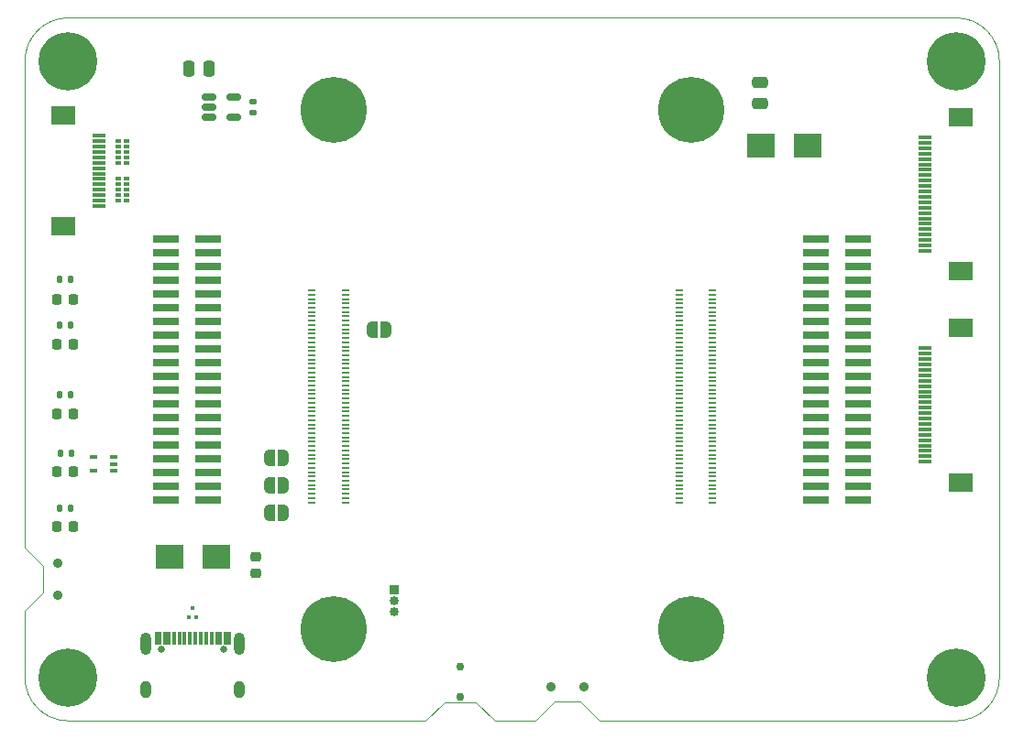
<source format=gts>
G04 #@! TF.GenerationSoftware,KiCad,Pcbnew,(5.99.0-10720-gd84fcd89f1)*
G04 #@! TF.CreationDate,2021-06-08T11:49:26-04:00*
G04 #@! TF.ProjectId,FlySensei_Stack_RPi_ECAD,466c7953-656e-4736-9569-5f537461636b,0.1*
G04 #@! TF.SameCoordinates,Original*
G04 #@! TF.FileFunction,Soldermask,Top*
G04 #@! TF.FilePolarity,Negative*
%FSLAX46Y46*%
G04 Gerber Fmt 4.6, Leading zero omitted, Abs format (unit mm)*
G04 Created by KiCad (PCBNEW (5.99.0-10720-gd84fcd89f1)) date 2021-06-08 11:49:26*
%MOMM*%
%LPD*%
G01*
G04 APERTURE LIST*
G04 Aperture macros list*
%AMRoundRect*
0 Rectangle with rounded corners*
0 $1 Rounding radius*
0 $2 $3 $4 $5 $6 $7 $8 $9 X,Y pos of 4 corners*
0 Add a 4 corners polygon primitive as box body*
4,1,4,$2,$3,$4,$5,$6,$7,$8,$9,$2,$3,0*
0 Add four circle primitives for the rounded corners*
1,1,$1+$1,$2,$3*
1,1,$1+$1,$4,$5*
1,1,$1+$1,$6,$7*
1,1,$1+$1,$8,$9*
0 Add four rect primitives between the rounded corners*
20,1,$1+$1,$2,$3,$4,$5,0*
20,1,$1+$1,$4,$5,$6,$7,0*
20,1,$1+$1,$6,$7,$8,$9,0*
20,1,$1+$1,$8,$9,$2,$3,0*%
%AMFreePoly0*
4,1,22,0.500000,-0.750000,0.000000,-0.750000,0.000000,-0.745033,-0.079941,-0.743568,-0.215256,-0.701293,-0.333266,-0.622738,-0.424486,-0.514219,-0.481581,-0.384460,-0.499164,-0.250000,-0.500000,-0.250000,-0.500000,0.250000,-0.499164,0.250000,-0.499963,0.256109,-0.478152,0.396186,-0.417904,0.524511,-0.324060,0.630769,-0.204165,0.706417,-0.067858,0.745374,0.000000,0.744959,0.000000,0.750000,
0.500000,0.750000,0.500000,-0.750000,0.500000,-0.750000,$1*%
%AMFreePoly1*
4,1,20,0.000000,0.744959,0.073905,0.744508,0.209726,0.703889,0.328688,0.626782,0.421226,0.519385,0.479903,0.390333,0.500000,0.250000,0.500000,-0.250000,0.499851,-0.262216,0.476331,-0.402017,0.414519,-0.529596,0.319384,-0.634700,0.198574,-0.708877,0.061801,-0.746166,0.000000,-0.745033,0.000000,-0.750000,-0.500000,-0.750000,-0.500000,0.750000,0.000000,0.750000,0.000000,0.744959,
0.000000,0.744959,$1*%
G04 Aperture macros list end*
G04 #@! TA.AperFunction,Profile*
%ADD10C,0.100000*%
G04 #@! TD*
%ADD11RoundRect,0.225000X-0.250000X0.225000X-0.250000X-0.225000X0.250000X-0.225000X0.250000X0.225000X0*%
%ADD12RoundRect,0.218750X-0.218750X-0.256250X0.218750X-0.256250X0.218750X0.256250X-0.218750X0.256250X0*%
%ADD13R,1.300000X0.300000*%
%ADD14R,2.200000X1.800000*%
%ADD15RoundRect,0.135000X-0.135000X-0.185000X0.135000X-0.185000X0.135000X0.185000X-0.135000X0.185000X0*%
%ADD16R,2.500000X2.300000*%
%ADD17R,0.300000X0.300000*%
%ADD18R,0.550000X0.300000*%
%ADD19R,0.550000X0.400000*%
%ADD20RoundRect,0.150000X-0.512500X-0.150000X0.512500X-0.150000X0.512500X0.150000X-0.512500X0.150000X0*%
%ADD21RoundRect,0.135000X-0.185000X0.135000X-0.185000X-0.135000X0.185000X-0.135000X0.185000X0.135000X0*%
%ADD22C,0.800000*%
%ADD23C,5.400000*%
%ADD24R,0.850000X0.850000*%
%ADD25O,0.850000X0.850000*%
%ADD26C,6.100000*%
%ADD27R,0.700000X0.200000*%
%ADD28R,2.400000X0.740000*%
%ADD29RoundRect,0.250000X0.250000X0.475000X-0.250000X0.475000X-0.250000X-0.475000X0.250000X-0.475000X0*%
%ADD30RoundRect,0.250000X0.475000X-0.250000X0.475000X0.250000X-0.475000X0.250000X-0.475000X-0.250000X0*%
%ADD31FreePoly0,180.000000*%
%ADD32FreePoly1,180.000000*%
%ADD33FreePoly0,0.000000*%
%ADD34FreePoly1,0.000000*%
%ADD35C,0.650000*%
%ADD36R,0.300000X1.150000*%
%ADD37O,1.000000X1.600000*%
%ADD38O,1.000000X2.100000*%
%ADD39R,0.650000X0.400000*%
%ADD40C,0.900000*%
%ADD41C,0.750000*%
G04 APERTURE END LIST*
D10*
X128750000Y-128250000D02*
X131650000Y-128250000D01*
X138900000Y-128200000D02*
X137100000Y-130000000D01*
X131650000Y-128250000D02*
X133400000Y-130000000D01*
X91700000Y-118100000D02*
X90000000Y-119800000D01*
X91700000Y-115700000D02*
X90000000Y-114000000D01*
X90000000Y-119800000D02*
X90000000Y-126000000D01*
X127000000Y-130000000D02*
X94000000Y-130000000D01*
X180000000Y-69000000D02*
X180000000Y-126000000D01*
X180000000Y-69000000D02*
G75*
G03*
X176000000Y-65000000I-4000000J0D01*
G01*
X94000000Y-65000000D02*
X176000000Y-65000000D01*
X128750000Y-128250000D02*
X127000000Y-130000000D01*
X138900000Y-128200000D02*
X141300000Y-128200000D01*
X90000000Y-126000000D02*
G75*
G03*
X94000000Y-130000000I4000000J0D01*
G01*
X94000000Y-65000000D02*
G75*
G03*
X90000000Y-69000000I0J-4000000D01*
G01*
X176000000Y-130000000D02*
G75*
G03*
X180000000Y-126000000I0J4000000D01*
G01*
X91700000Y-115700000D02*
X91700000Y-118100000D01*
X141300000Y-128200000D02*
X143100000Y-130000000D01*
X90000000Y-114000000D02*
X90000000Y-69000000D01*
X133400000Y-130000000D02*
X137100000Y-130000000D01*
X143100000Y-130000000D02*
X176000000Y-130000000D01*
D11*
G04 #@! TO.C,C12*
X111300000Y-114825000D03*
X111300000Y-116375000D03*
G04 #@! TD*
D12*
G04 #@! TO.C,D8*
X92912500Y-112050000D03*
X94487500Y-112050000D03*
G04 #@! TD*
D13*
G04 #@! TO.C,J8*
X173150000Y-106050000D03*
X173150000Y-105550000D03*
X173150000Y-105050000D03*
X173150000Y-104550000D03*
X173150000Y-104050000D03*
X173150000Y-103550000D03*
X173150000Y-103050000D03*
X173150000Y-102550000D03*
X173150000Y-102050000D03*
X173150000Y-101550000D03*
X173150000Y-101050000D03*
X173150000Y-100550000D03*
X173150000Y-100050000D03*
X173150000Y-99550000D03*
X173150000Y-99050000D03*
X173150000Y-98550000D03*
X173150000Y-98050000D03*
X173150000Y-97550000D03*
X173150000Y-97050000D03*
X173150000Y-96550000D03*
X173150000Y-96050000D03*
X173150000Y-95550000D03*
D14*
X176400000Y-93650000D03*
X176400000Y-107950000D03*
G04 #@! TD*
D15*
G04 #@! TO.C,R3*
X93190000Y-89200000D03*
X94210000Y-89200000D03*
G04 #@! TD*
D13*
G04 #@! TO.C,J9*
X96800000Y-75900000D03*
X96800000Y-76400000D03*
X96800000Y-76900000D03*
X96800000Y-77400000D03*
X96800000Y-77900000D03*
X96800000Y-78400000D03*
X96800000Y-78900000D03*
X96800000Y-79400000D03*
X96800000Y-79900000D03*
X96800000Y-80400000D03*
X96800000Y-80900000D03*
X96800000Y-81400000D03*
X96800000Y-81900000D03*
X96800000Y-82400000D03*
D14*
X93550000Y-84300000D03*
X93550000Y-74000000D03*
G04 #@! TD*
D16*
G04 #@! TO.C,D7*
X157950000Y-76800000D03*
X162250000Y-76800000D03*
G04 #@! TD*
D17*
G04 #@! TO.C,U5*
X105150000Y-120425000D03*
X105850000Y-120425000D03*
X105500000Y-119575000D03*
G04 #@! TD*
D18*
G04 #@! TO.C,U8*
X98615000Y-76400000D03*
X98615000Y-76900000D03*
D19*
X98615000Y-77400000D03*
D18*
X98615000Y-77900000D03*
X98615000Y-78400000D03*
X99385000Y-78400000D03*
X99385000Y-77900000D03*
D19*
X99385000Y-77400000D03*
D18*
X99385000Y-76900000D03*
X99385000Y-76400000D03*
G04 #@! TD*
D20*
G04 #@! TO.C,U10*
X107000000Y-72300000D03*
X107000000Y-73250000D03*
X107000000Y-74200000D03*
X109275000Y-74200000D03*
X109275000Y-72300000D03*
G04 #@! TD*
D21*
G04 #@! TO.C,R20*
X111100000Y-72740000D03*
X111100000Y-73760000D03*
G04 #@! TD*
D22*
G04 #@! TO.C,H1*
X95431891Y-127431891D03*
X94000000Y-128025000D03*
D23*
X94000000Y-126000000D03*
D22*
X95431891Y-124568109D03*
X92568109Y-127431891D03*
X92568109Y-124568109D03*
X96025000Y-126000000D03*
X94000000Y-123975000D03*
X91975000Y-126000000D03*
G04 #@! TD*
G04 #@! TO.C,H3*
X178025000Y-69000000D03*
X177431891Y-70431891D03*
X174568109Y-70431891D03*
X176000000Y-71025000D03*
X176000000Y-66975000D03*
D23*
X176000000Y-69000000D03*
D22*
X174568109Y-67568109D03*
X173975000Y-69000000D03*
X177431891Y-67568109D03*
G04 #@! TD*
D24*
G04 #@! TO.C,J1*
X124100000Y-117900000D03*
D25*
X124100000Y-118900000D03*
X124100000Y-119900000D03*
G04 #@! TD*
D12*
G04 #@! TO.C,D1*
X92912500Y-101600000D03*
X94487500Y-101600000D03*
G04 #@! TD*
D26*
G04 #@! TO.C,U1*
X151500000Y-121500000D03*
X151500000Y-73500000D03*
X118500000Y-73500000D03*
X118500000Y-121500000D03*
D27*
X116500000Y-90200000D03*
X119580000Y-90200000D03*
X116500000Y-90600000D03*
X119580000Y-90600000D03*
X116500000Y-91000000D03*
X119580000Y-91000000D03*
X116500000Y-91400000D03*
X119580000Y-91400000D03*
X116500000Y-91800000D03*
X119580000Y-91800000D03*
X116500000Y-92200000D03*
X119580000Y-92200000D03*
X116500000Y-92600000D03*
X119580000Y-92600000D03*
X116500000Y-93000000D03*
X119580000Y-93000000D03*
X116500000Y-93400000D03*
X119580000Y-93400000D03*
X116500000Y-93800000D03*
X119580000Y-93800000D03*
X116500000Y-94200000D03*
X119580000Y-94200000D03*
X116500000Y-94600000D03*
X119580000Y-94600000D03*
X116500000Y-95000000D03*
X119580000Y-95000000D03*
X116500000Y-95400000D03*
X119580000Y-95400000D03*
X116500000Y-95800000D03*
X119580000Y-95800000D03*
X116500000Y-96200000D03*
X119580000Y-96200000D03*
X116500000Y-96600000D03*
X119580000Y-96600000D03*
X116500000Y-97000000D03*
X119580000Y-97000000D03*
X116500000Y-97400000D03*
X119580000Y-97400000D03*
X116500000Y-97800000D03*
X119580000Y-97800000D03*
X116500000Y-98200000D03*
X119580000Y-98200000D03*
X116500000Y-98600000D03*
X119580000Y-98600000D03*
X116500000Y-99000000D03*
X119580000Y-99000000D03*
X116500000Y-99400000D03*
X119580000Y-99400000D03*
X116500000Y-99800000D03*
X119580000Y-99800000D03*
X116500000Y-100200000D03*
X119580000Y-100200000D03*
X116500000Y-100600000D03*
X119580000Y-100600000D03*
X116500000Y-101000000D03*
X119580000Y-101000000D03*
X116500000Y-101400000D03*
X119580000Y-101400000D03*
X116500000Y-101800000D03*
X119580000Y-101800000D03*
X116500000Y-102200000D03*
X119580000Y-102200000D03*
X116500000Y-102600000D03*
X119580000Y-102600000D03*
X116500000Y-103000000D03*
X119580000Y-103000000D03*
X116500000Y-103400000D03*
X119580000Y-103400000D03*
X116500000Y-103800000D03*
X119580000Y-103800000D03*
X116500000Y-104200000D03*
X119580000Y-104200000D03*
X116500000Y-104600000D03*
X119580000Y-104600000D03*
X116500000Y-105000000D03*
X119580000Y-105000000D03*
X116500000Y-105400000D03*
X119580000Y-105400000D03*
X116500000Y-105800000D03*
X119580000Y-105800000D03*
X116500000Y-106200000D03*
X119580000Y-106200000D03*
X116500000Y-106600000D03*
X119580000Y-106600000D03*
X116500000Y-107000000D03*
X119580000Y-107000000D03*
X116500000Y-107400000D03*
X119580000Y-107400000D03*
X116500000Y-107800000D03*
X119580000Y-107800000D03*
X116500000Y-108200000D03*
X119580000Y-108200000D03*
X116500000Y-108600000D03*
X119580000Y-108600000D03*
X116500000Y-109000000D03*
X119580000Y-109000000D03*
X116500000Y-109400000D03*
X119580000Y-109400000D03*
X116500000Y-109800000D03*
X119580000Y-109800000D03*
X150420000Y-90200000D03*
X153500000Y-90200000D03*
X150420000Y-90600000D03*
X153500000Y-90600000D03*
X150420000Y-91000000D03*
X153500000Y-91000000D03*
X150420000Y-91400000D03*
X153500000Y-91400000D03*
X150420000Y-91800000D03*
X153500000Y-91800000D03*
X150420000Y-92200000D03*
X153500000Y-92200000D03*
X150420000Y-92600000D03*
X153500000Y-92600000D03*
X150420000Y-93000000D03*
X153500000Y-93000000D03*
X150420000Y-93400000D03*
X153500000Y-93400000D03*
X150420000Y-93800000D03*
X153500000Y-93800000D03*
X150420000Y-94200000D03*
X153500000Y-94200000D03*
X150420000Y-94600000D03*
X153500000Y-94600000D03*
X150420000Y-95000000D03*
X153500000Y-95000000D03*
X150420000Y-95400000D03*
X153500000Y-95400000D03*
X150420000Y-95800000D03*
X153500000Y-95800000D03*
X150420000Y-96200000D03*
X153500000Y-96200000D03*
X150420000Y-96600000D03*
X153500000Y-96600000D03*
X150420000Y-97000000D03*
X153500000Y-97000000D03*
X150420000Y-97400000D03*
X153500000Y-97400000D03*
X150420000Y-97800000D03*
X153500000Y-97800000D03*
X150420000Y-98200000D03*
X153500000Y-98200000D03*
X150420000Y-98600000D03*
X153500000Y-98600000D03*
X150420000Y-99000000D03*
X153500000Y-99000000D03*
X150420000Y-99400000D03*
X153500000Y-99400000D03*
X150420000Y-99800000D03*
X153500000Y-99800000D03*
X150420000Y-100200000D03*
X153500000Y-100200000D03*
X150420000Y-100600000D03*
X153500000Y-100600000D03*
X150420000Y-101000000D03*
X153500000Y-101000000D03*
X150420000Y-101400000D03*
X153500000Y-101400000D03*
X150420000Y-101800000D03*
X153500000Y-101800000D03*
X150420000Y-102200000D03*
X153500000Y-102200000D03*
X150420000Y-102600000D03*
X153500000Y-102600000D03*
X150420000Y-103000000D03*
X153500000Y-103000000D03*
X150420000Y-103400000D03*
X153500000Y-103400000D03*
X150420000Y-103800000D03*
X153500000Y-103800000D03*
X150420000Y-104200000D03*
X153500000Y-104200000D03*
X150420000Y-104600000D03*
X153500000Y-104600000D03*
X150420000Y-105000000D03*
X153500000Y-105000000D03*
X150420000Y-105400000D03*
X153500000Y-105400000D03*
X150420000Y-105800000D03*
X153500000Y-105800000D03*
X150420000Y-106200000D03*
X153500000Y-106200000D03*
X150420000Y-106600000D03*
X153500000Y-106600000D03*
X150420000Y-107000000D03*
X153500000Y-107000000D03*
X150420000Y-107400000D03*
X153500000Y-107400000D03*
X150420000Y-107800000D03*
X153500000Y-107800000D03*
X150420000Y-108200000D03*
X153500000Y-108200000D03*
X150420000Y-108600000D03*
X153500000Y-108600000D03*
X150420000Y-109000000D03*
X153500000Y-109000000D03*
X150420000Y-109400000D03*
X153500000Y-109400000D03*
X150420000Y-109800000D03*
X153500000Y-109800000D03*
G04 #@! TD*
D18*
G04 #@! TO.C,U9*
X98615000Y-79900000D03*
X98615000Y-80400000D03*
D19*
X98615000Y-80900000D03*
D18*
X98615000Y-81400000D03*
X98615000Y-81900000D03*
X99385000Y-81900000D03*
X99385000Y-81400000D03*
D19*
X99385000Y-80900000D03*
D18*
X99385000Y-80400000D03*
X99385000Y-79900000D03*
G04 #@! TD*
D15*
G04 #@! TO.C,R1*
X93190000Y-99850000D03*
X94210000Y-99850000D03*
G04 #@! TD*
D22*
G04 #@! TO.C,H2*
X94000000Y-71025000D03*
X94000000Y-66975000D03*
X92568109Y-70431891D03*
X95431891Y-67568109D03*
X96025000Y-69000000D03*
D23*
X94000000Y-69000000D03*
D22*
X92568109Y-67568109D03*
X91975000Y-69000000D03*
X95431891Y-70431891D03*
G04 #@! TD*
G04 #@! TO.C,H4*
X176000000Y-128025000D03*
X174568109Y-127431891D03*
X178025000Y-126000000D03*
X177431891Y-127431891D03*
X177431891Y-124568109D03*
D23*
X176000000Y-126000000D03*
D22*
X173975000Y-126000000D03*
X176000000Y-123975000D03*
X174568109Y-124568109D03*
G04 #@! TD*
D28*
G04 #@! TO.C,J5*
X163050000Y-85435000D03*
X166950000Y-85435000D03*
X163050000Y-86705000D03*
X166950000Y-86705000D03*
X163050000Y-87975000D03*
X166950000Y-87975000D03*
X163050000Y-89245000D03*
X166950000Y-89245000D03*
X163050000Y-90515000D03*
X166950000Y-90515000D03*
X163050000Y-91785000D03*
X166950000Y-91785000D03*
X163050000Y-93055000D03*
X166950000Y-93055000D03*
X163050000Y-94325000D03*
X166950000Y-94325000D03*
X163050000Y-95595000D03*
X166950000Y-95595000D03*
X163050000Y-96865000D03*
X166950000Y-96865000D03*
X163050000Y-98135000D03*
X166950000Y-98135000D03*
X163050000Y-99405000D03*
X166950000Y-99405000D03*
X163050000Y-100675000D03*
X166950000Y-100675000D03*
X163050000Y-101945000D03*
X166950000Y-101945000D03*
X163050000Y-103215000D03*
X166950000Y-103215000D03*
X163050000Y-104485000D03*
X166950000Y-104485000D03*
X163050000Y-105755000D03*
X166950000Y-105755000D03*
X163050000Y-107025000D03*
X166950000Y-107025000D03*
X163050000Y-108295000D03*
X166950000Y-108295000D03*
X163050000Y-109565000D03*
X166950000Y-109565000D03*
G04 #@! TD*
D15*
G04 #@! TO.C,R4*
X93290000Y-105300000D03*
X94310000Y-105300000D03*
G04 #@! TD*
D29*
G04 #@! TO.C,C27*
X107000000Y-69730000D03*
X105100000Y-69730000D03*
G04 #@! TD*
D16*
G04 #@! TO.C,D5*
X107650000Y-114825000D03*
X103350000Y-114825000D03*
G04 #@! TD*
D12*
G04 #@! TO.C,D4*
X92912500Y-106950000D03*
X94487500Y-106950000D03*
G04 #@! TD*
G04 #@! TO.C,D3*
X92912500Y-91000000D03*
X94487500Y-91000000D03*
G04 #@! TD*
D15*
G04 #@! TO.C,R2*
X93190000Y-93400000D03*
X94210000Y-93400000D03*
G04 #@! TD*
D30*
G04 #@! TO.C,C26*
X157900000Y-72900000D03*
X157900000Y-71000000D03*
G04 #@! TD*
D31*
G04 #@! TO.C,JP2*
X123350000Y-93800000D03*
D32*
X122050000Y-93800000D03*
G04 #@! TD*
D33*
G04 #@! TO.C,JP4*
X112600000Y-108200000D03*
D34*
X113900000Y-108200000D03*
G04 #@! TD*
D35*
G04 #@! TO.C,J2*
X108390000Y-123395000D03*
X102610000Y-123395000D03*
D36*
X102150000Y-122330000D03*
X102950000Y-122330000D03*
X104250000Y-122330000D03*
X105250000Y-122330000D03*
X105750000Y-122330000D03*
X106750000Y-122330000D03*
X108050000Y-122330000D03*
X108850000Y-122330000D03*
X108550000Y-122330000D03*
X107750000Y-122330000D03*
X107250000Y-122330000D03*
X106250000Y-122330000D03*
X104750000Y-122330000D03*
X103750000Y-122330000D03*
X103250000Y-122330000D03*
X102450000Y-122330000D03*
D37*
X109820000Y-127075000D03*
D38*
X101180000Y-122895000D03*
D37*
X101180000Y-127075000D03*
D38*
X109820000Y-122895000D03*
G04 #@! TD*
D39*
G04 #@! TO.C,U3*
X98200000Y-106900000D03*
X98200000Y-106250000D03*
X98200000Y-105600000D03*
X96300000Y-105600000D03*
X96300000Y-106900000D03*
G04 #@! TD*
D28*
G04 #@! TO.C,J3*
X103050000Y-85435000D03*
X106950000Y-85435000D03*
X103050000Y-86705000D03*
X106950000Y-86705000D03*
X103050000Y-87975000D03*
X106950000Y-87975000D03*
X103050000Y-89245000D03*
X106950000Y-89245000D03*
X103050000Y-90515000D03*
X106950000Y-90515000D03*
X103050000Y-91785000D03*
X106950000Y-91785000D03*
X103050000Y-93055000D03*
X106950000Y-93055000D03*
X103050000Y-94325000D03*
X106950000Y-94325000D03*
X103050000Y-95595000D03*
X106950000Y-95595000D03*
X103050000Y-96865000D03*
X106950000Y-96865000D03*
X103050000Y-98135000D03*
X106950000Y-98135000D03*
X103050000Y-99405000D03*
X106950000Y-99405000D03*
X103050000Y-100675000D03*
X106950000Y-100675000D03*
X103050000Y-101945000D03*
X106950000Y-101945000D03*
X103050000Y-103215000D03*
X106950000Y-103215000D03*
X103050000Y-104485000D03*
X106950000Y-104485000D03*
X103050000Y-105755000D03*
X106950000Y-105755000D03*
X103050000Y-107025000D03*
X106950000Y-107025000D03*
X103050000Y-108295000D03*
X106950000Y-108295000D03*
X103050000Y-109565000D03*
X106950000Y-109565000D03*
G04 #@! TD*
D13*
G04 #@! TO.C,J7*
X173150000Y-86550000D03*
X173150000Y-86050000D03*
X173150000Y-85550000D03*
X173150000Y-85050000D03*
X173150000Y-84550000D03*
X173150000Y-84050000D03*
X173150000Y-83550000D03*
X173150000Y-83050000D03*
X173150000Y-82550000D03*
X173150000Y-82050000D03*
X173150000Y-81550000D03*
X173150000Y-81050000D03*
X173150000Y-80550000D03*
X173150000Y-80050000D03*
X173150000Y-79550000D03*
X173150000Y-79050000D03*
X173150000Y-78550000D03*
X173150000Y-78050000D03*
X173150000Y-77550000D03*
X173150000Y-77050000D03*
X173150000Y-76550000D03*
X173150000Y-76050000D03*
D14*
X176400000Y-88450000D03*
X176400000Y-74150000D03*
G04 #@! TD*
D33*
G04 #@! TO.C,JP3*
X112600000Y-105650000D03*
D34*
X113900000Y-105650000D03*
G04 #@! TD*
D15*
G04 #@! TO.C,R21*
X93190000Y-110350000D03*
X94210000Y-110350000D03*
G04 #@! TD*
D33*
G04 #@! TO.C,JP1*
X112600000Y-110750000D03*
D34*
X113900000Y-110750000D03*
G04 #@! TD*
D12*
G04 #@! TO.C,D2*
X92912500Y-95200000D03*
X94487500Y-95200000D03*
G04 #@! TD*
D40*
G04 #@! TO.C,SW3*
X138600000Y-126855000D03*
X141600000Y-126855000D03*
G04 #@! TD*
D41*
G04 #@! TO.C,SW1*
X130200000Y-127775000D03*
X130200000Y-125025000D03*
G04 #@! TD*
D40*
G04 #@! TO.C,SW2*
X93045000Y-115400000D03*
X93045000Y-118400000D03*
G04 #@! TD*
M02*

</source>
